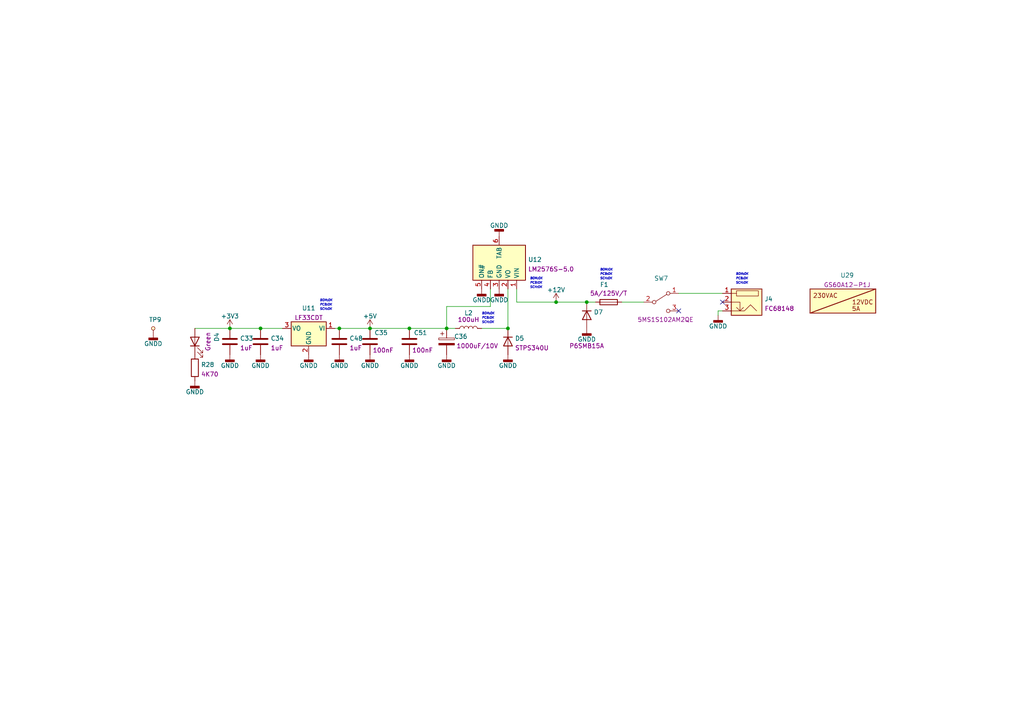
<source format=kicad_sch>
(kicad_sch (version 20211123) (generator eeschema)
  (paper "A4")
  (title_block (date "2022-03-07") (rev "V00") (company "Konvolúció Bt") (comment 1 "email: marrob50hz@gmail.com") (comment 2 "Tel: +36702776723") (comment 3 "https://github.com/marrob") (comment 4 "Support: "))
  (lib_symbols
    (symbol "Connectors:CLIFF FC68148" (pin_names (offset 1.016))
      (property "Reference" "P" (at 0 7.62 0))
      (property "Comment" "FC68148" (at 3.81 5.08 0))
      (symbol "CLIFF FC68148_0_1"
        (polyline (pts (xy 0 2.54) (xy 1.524 2.54)) (stroke (width 0.1524)))
        (polyline (pts (xy 2.54 -2.54) (xy 3.556 -1.524)) (stroke (width 0.1524)))
        (polyline (pts (xy 0 -2.54) (xy 3.81 -2.54) (xy 5.588 -0.762) (xy 7.366 -2.54)) (stroke (width 0.1524)))
        (polyline (pts (xy 0 0) (xy 2.54 0) (xy 2.54 -2.286) (xy 2.54 -2.54) (xy 1.524 -1.524)) (stroke (width 0.1524)))
        (rectangle (start 0 3.81) (end 8.89 -3.81) (stroke (width 0.254)) (fill (type background)))
        (rectangle (start 1.524 3.302) (end 7.874 1.778) (stroke (width 0.1524)))
      )
      (symbol "CLIFF FC68148_1_1"
        (pin passive line (at -2.54 2.54 0) (length 2.54) (name "~") (number "1"))
        (pin passive line (at -2.54 0 0) (length 2.54) (name "") (number "2"))
        (pin passive line (at -2.54 -2.54 0) (length 2.54) (name "") (number "3"))
      )
    )
    (symbol "Connectors:Test Point THT" (pin_numbers hide) (pin_names (offset 1.016) hide)
      (property "Reference" "TP" (at 1.016 0 0))
      (symbol "Test Point THT_0_1"
        (circle (center 0 0) (radius 0.508) (stroke (width 0.1524)) (fill (type background)))
      )
      (symbol "Test Point THT_1_1"
        (pin passive line (at -1.27 0 0) (length 0.762) (name "~") (number "1"))
      )
    )
    (symbol "CustomPowers:+12V" (power) (pin_names (offset 0))
      (property "Value" "+12V" (at 0 3.556 0))
      (symbol "+12V_0_1"
        (polyline (pts (xy -0.762 1.27) (xy 0 2.54)))
        (polyline (pts (xy 0 0) (xy 0 2.54)))
        (polyline (pts (xy 0 2.54) (xy 0.762 1.27)))
      )
      (symbol "+12V_1_1"
        (pin power_in line (at 0 0 90) (length 0) hide (name "+12V") (number "1"))
      )
    )
    (symbol "CustomPowers:+3V3" (power) (pin_names (offset 0))
      (property "Value" "+3V3" (at 0 3.556 0))
      (symbol "+3V3_0_1"
        (polyline (pts (xy -0.762 1.27) (xy 0 2.54)))
        (polyline (pts (xy 0 0) (xy 0 2.54)))
        (polyline (pts (xy 0 2.54) (xy 0.762 1.27)))
      )
      (symbol "+3V3_1_1"
        (pin power_in line (at 0 0 90) (length 0) hide (name "+3V3") (number "1"))
      )
    )
    (symbol "CustomPowers:+5V" (power) (pin_names (offset 0))
      (property "Value" "+5V" (at 0 3.556 0))
      (symbol "+5V_0_1"
        (polyline (pts (xy -0.762 1.27) (xy 0 2.54)))
        (polyline (pts (xy 0 0) (xy 0 2.54)))
        (polyline (pts (xy 0 2.54) (xy 0.762 1.27)))
      )
      (symbol "+5V_1_1"
        (pin power_in line (at 0 0 90) (length 0) hide (name "+5V") (number "1"))
      )
    )
    (symbol "CustomPowers:GNDD" (power) (pin_names (offset 0))
      (property "Value" "GNDD" (at 0 -3.175 0))
      (symbol "GNDD_0_1"
        (rectangle (start -1.27 -1.524) (end 1.27 -2.032) (stroke (width 0.254)) (fill (type outline)))
        (polyline (pts (xy 0 0) (xy 0 -1.524)))
      )
      (symbol "GNDD_1_1"
        (pin power_in line (at 0 0 270) (length 0) hide (name "GNDD") (number "1"))
      )
    )
    (symbol "Diode:P6SMB15A" (pin_numbers hide) (pin_names (offset 1.016) hide)
      (property "Reference" "D" (at -1.27 2.54 0))
      (property "Comment" "P6SMB15A" (at 0 -3.81 0))
      (symbol "P6SMB15A_0_1"
        (polyline (pts (xy -1.27 1.27) (xy -1.27 -1.27)) (stroke (width 0.254)))
        (polyline (pts (xy 1.27 0) (xy -1.27 0)))
        (polyline (pts (xy 1.27 1.27) (xy 1.27 -1.27) (xy -1.27 0) (xy 1.27 1.27)) (stroke (width 0.254)))
      )
      (symbol "P6SMB15A_1_1"
        (pin passive line (at -3.81 0 0) (length 2.54) (name "K") (number "1"))
        (pin passive line (at 3.81 0 180) (length 2.54) (name "A") (number "2"))
      )
    )
    (symbol "Diode:STPS340U" (pin_numbers hide) (pin_names (offset 1.016) hide)
      (property "Reference" "D" (at 0 2.54 0))
      (property "Comment" "STPS340U" (at 0 -2.54 0))
      (symbol "STPS340U_0_1"
        (polyline (pts (xy -1.27 1.27) (xy -1.27 -1.27)) (stroke (width 0.254)))
        (polyline (pts (xy 1.27 0) (xy -1.27 0)))
        (polyline (pts (xy 1.27 1.27) (xy 1.27 -1.27) (xy -1.27 0) (xy 1.27 1.27)) (stroke (width 0.254)))
      )
      (symbol "STPS340U_1_1"
        (pin passive line (at -3.81 0 0) (length 2.54) (name "K") (number "1"))
        (pin passive line (at 3.81 0 180) (length 2.54) (name "A") (number "2"))
      )
    )
    (symbol "LED:0805 Green" (pin_numbers hide) (pin_names (offset 1.016) hide)
      (property "Reference" "D" (at 0 -2.54 0))
      (property "Comment" "Green" (at 0 -8.255 0))
      (symbol "0805 Green_1_1"
        (polyline (pts (xy -1.27 -1.27) (xy -1.27 1.27)) (stroke (width 0.254)))
        (polyline (pts (xy -1.27 0) (xy 1.27 0)))
        (polyline (pts (xy 1.27 -1.27) (xy 1.27 1.27) (xy -1.27 0) (xy 1.27 -1.27)) (stroke (width 0.254)))
        (polyline (pts (xy -3.048 -0.762) (xy -4.572 -2.286) (xy -3.81 -2.286) (xy -4.572 -2.286) (xy -4.572 -1.524)))
        (polyline (pts (xy -1.778 -0.762) (xy -3.302 -2.286) (xy -2.54 -2.286) (xy -3.302 -2.286) (xy -3.302 -1.524)))
        (pin passive line (at -3.81 0 0) (length 2.54) (name "K") (number "1"))
        (pin passive line (at 3.81 0 180) (length 2.54) (name "A") (number "2"))
      )
    )
    (symbol "Passive:Capacitator 0805 100nF 50V 10% X7R" (pin_numbers hide) (pin_names (offset 1.016))
      (property "Reference" "C" (at 3.81 1.27 0))
      (property "Comment" "100nF" (at 6.35 -1.27 0))
      (symbol "Capacitator 0805 100nF 50V 10% X7R_1_1"
        (polyline (pts (xy -2.032 -0.762) (xy 2.032 -0.762)) (stroke (width 0.508)))
        (polyline (pts (xy -2.032 0.762) (xy 2.032 0.762)) (stroke (width 0.508)))
        (pin passive line (at 0 3.81 270) (length 2.794) (name "~") (number "1"))
        (pin passive line (at 0 -3.81 90) (length 2.794) (name "~") (number "2"))
      )
    )
    (symbol "Passive:Capacitator 0805 1uF 16V 10% X7R" (pin_numbers hide) (pin_names (offset 1.016) hide)
      (property "Reference" "C" (at 0 -5.08 0))
      (property "Comment" "1uF" (at 0 -10.16 0))
      (symbol "Capacitator 0805 1uF 16V 10% X7R_1_1"
        (polyline (pts (xy -2.032 -0.762) (xy 2.032 -0.762)) (stroke (width 0.508)))
        (polyline (pts (xy -2.032 0.762) (xy 2.032 0.762)) (stroke (width 0.508)))
        (pin passive line (at 0 3.81 270) (length 2.794) (name "~") (number "1"))
        (pin passive line (at 0 -3.81 90) (length 2.794) (name "~") (number "2"))
      )
    )
    (symbol "Passive:Fuse 2410 5A 125V T" (pin_numbers hide) (pin_names (offset 0)) (in_bom no)
      (property "Reference" "F" (at 0 1.905 0))
      (property "Comment" "5A/125V/T" (at 0 -2.54 0))
      (symbol "Fuse 2410 5A 125V T_0_1"
        (polyline (pts (xy -2.54 0) (xy 2.54 0)))
        (rectangle (start 2.54 -0.762) (end -2.54 0.762) (stroke (width 0.254)))
      )
      (symbol "Fuse 2410 5A 125V T_1_1"
        (pin passive line (at -3.81 0 0) (length 1.27) (name "~") (number "1"))
        (pin passive line (at 3.81 0 180) (length 1.27) (name "~") (number "2"))
      )
    )
    (symbol "Passive:Inductor SLF12575 100uH" (pin_numbers hide) (pin_names (offset 1.016) hide)
      (property "Reference" "L" (at 2.54 2.54 0))
      (property "Comment" "100uH" (at 5.08 0 0))
      (symbol "Inductor SLF12575 100uH_0_1"
        (arc (start 0 -2.54) (mid 0.635 -1.905) (end 0 -1.27))
        (arc (start 0 -1.27) (mid 0.635 -0.635) (end 0 0))
        (arc (start 0 0) (mid 0.635 0.635) (end 0 1.27))
        (arc (start 0 1.27) (mid 0.635 1.905) (end 0 2.54))
      )
      (symbol "Inductor SLF12575 100uH_1_1"
        (pin passive line (at 0 3.81 270) (length 1.27) (name "1") (number "1"))
        (pin passive line (at 0 -3.81 90) (length 1.27) (name "2") (number "2"))
      )
    )
    (symbol "Passive:PolCap 1000uF 10V LOW ESR 8x15x3.5mm" (pin_numbers hide) (pin_names (offset 0.254) hide)
      (property "Reference" "C" (at 4.318 2.032 0))
      (property "Comment" "1000uF/10V" (at 10.16 0 0))
      (symbol "PolCap 1000uF 10V LOW ESR 8x15x3.5mm_0_1"
        (rectangle (start -2.286 0.508) (end 2.286 1.016))
        (polyline (pts (xy -1.778 2.286) (xy -0.762 2.286)))
        (polyline (pts (xy -1.27 2.794) (xy -1.27 1.778)))
        (rectangle (start 2.286 -0.508) (end -2.286 -1.016) (fill (type outline)))
      )
      (symbol "PolCap 1000uF 10V LOW ESR 8x15x3.5mm_1_1"
        (pin passive line (at 0 3.81 270) (length 2.794) (name "~") (number "1"))
        (pin passive line (at 0 -3.81 90) (length 2.794) (name "~") (number "2"))
      )
    )
    (symbol "Passive:Resistor 0805 4K70" (pin_numbers hide) (pin_names (offset 1.016) hide)
      (property "Reference" "R" (at 0 0 0))
      (property "Comment" "4K70" (at 0 -22.86 0))
      (symbol "Resistor 0805 4K70_1_1"
        (rectangle (start -1.016 -2.54) (end 1.016 2.54) (stroke (width 0.254)))
        (pin passive line (at 0 3.81 270) (length 1.27) (name "~") (number "1"))
        (pin passive line (at 0 -3.81 90) (length 1.27) (name "~") (number "2"))
      )
    )
    (symbol "PowerSupply:GS60A12-P1J" (pin_numbers hide) (pin_names (offset 0.254) hide) (on_board no)
      (property "Reference" "U" (at -8.89 6.985 0))
      (property "Comment" "GS60A12-P1J" (at -2.54 5.08 0))
      (symbol "GS60A12-P1J_0_0"
        (polyline (pts (xy 10.16 3.81) (xy -8.89 -3.175)) (stroke (width 0.254)))
        (polyline (pts (xy 10.795 -1.905) (xy 10.795 -1.905)) (stroke (width 0.1524)))
        (polyline (pts (xy 12.7 -0.635) (xy 12.7 -0.635)) (stroke (width 0.1524)))
        (text "12VDC" (at 6.35 0 0) (effects (font (size 1.27 1.27))))
        (text "230VAC" (at -4.445 1.905 0) (effects (font (size 1.27 1.27))))
        (text "5A" (at 4.445 -1.905 0) (effects (font (size 1.27 1.27))))
      )
      (symbol "GS60A12-P1J_0_1"
        (rectangle (start -8.89 3.81) (end 10.16 -3.175) (stroke (width 0.254)) (fill (type background)))
      )
    )
    (symbol "PowerSupply:LF33CDT" (pin_names (offset 0.254))
      (property "Reference" "U" (at -3.81 5.715 0))
      (property "Comment" "LF33CDT" (at 0 3.175 0))
      (symbol "LF33CDT_0_1"
        (rectangle (start -5.08 1.905) (end 5.08 -5.08) (stroke (width 0.254)) (fill (type background)))
      )
      (symbol "LF33CDT_1_1"
        (pin power_in line (at -7.62 0 0) (length 2.54) (name "VI") (number "1"))
        (pin power_in line (at 0 -7.62 90) (length 2.54) (name "GND") (number "2"))
        (pin power_out line (at 7.62 0 180) (length 2.54) (name "VO") (number "3"))
      )
    )
    (symbol "PowerSupply:LM2576S-5.0"
      (property "Reference" "U" (at 8.89 1.27 0))
      (property "Comment" "LM2576S-5.0" (at 15.24 -1.27 0))
      (symbol "LM2576S-5.0_0_1"
        (rectangle (start -7.62 5.08) (end 7.62 -5.08) (stroke (width 0.254)) (fill (type background)))
      )
      (symbol "LM2576S-5.0_1_1"
        (pin power_in line (at -5.08 -7.62 90) (length 2.54) (name "VIN") (number "1"))
        (pin power_out line (at -2.54 -7.62 90) (length 2.54) (name "VO") (number "2"))
        (pin power_in line (at 0 -7.62 90) (length 2.54) (name "GND") (number "3"))
        (pin passive line (at 2.54 -7.62 90) (length 2.54) (name "FB") (number "4"))
        (pin input line (at 5.08 -7.62 90) (length 2.54) (name "ON#") (number "5"))
        (pin power_in line (at 0 7.62 270) (length 2.54) (name "TAB") (number "6"))
      )
    )
    (symbol "Switches:NINGI 5MS1S102AM2QE" (pin_names (offset 1.016) hide)
      (property "Reference" "SW" (at 0.635 5.715 0))
      (property "Comment" "5MS1S102AM2QE" (at 3.81 -3.81 0))
      (symbol "NINGI 5MS1S102AM2QE_0_0"
        (circle (center 3.048 0) (radius 0.508))
        (circle (center 7.112 -2.54) (radius 0.508))
      )
      (symbol "NINGI 5MS1S102AM2QE_0_1"
        (polyline (pts (xy 3.556 0.254) (xy 6.731 2.286)))
        (circle (center 7.112 2.54) (radius 0.508))
      )
      (symbol "NINGI 5MS1S102AM2QE_1_1"
        (pin passive line (at 10.16 2.54 180) (length 2.54) (name "A") (number "1"))
        (pin passive line (at 0 0 0) (length 2.54) (name "B") (number "2"))
        (pin passive line (at 10.16 -2.54 180) (length 2.54) (name "C") (number "3"))
      )
    )
  )
  (junction (at 118.745 95.25))
  (junction (at 66.675 95.25))
  (junction (at 129.54 95.25))
  (junction (at 170.18 87.63))
  (junction (at 161.29 87.63))
  (junction (at 98.425 95.25))
  (junction (at 107.315 95.25))
  (junction (at 147.32 95.25))
  (junction (at 75.565 95.25))
  (no_connect (at 196.85 90.17))
  (no_connect (at 209.55 87.63))
  (wire (pts (xy 142.24 88.9) (xy 129.54 88.9)))
  (wire (pts (xy 98.425 95.25) (xy 107.315 95.25)))
  (wire (pts (xy 66.675 95.25) (xy 75.565 95.25)))
  (wire (pts (xy 196.85 85.09) (xy 209.55 85.09)))
  (wire (pts (xy 147.32 83.82) (xy 147.32 95.25)))
  (wire (pts (xy 129.54 95.25) (xy 118.745 95.25)))
  (wire (pts (xy 149.86 87.63) (xy 161.29 87.63)))
  (wire (pts (xy 161.29 87.63) (xy 170.18 87.63)))
  (wire (pts (xy 209.55 90.17) (xy 208.28 90.17)))
  (wire (pts (xy 75.565 95.25) (xy 81.915 95.25)))
  (wire (pts (xy 208.28 90.17) (xy 208.28 91.44)))
  (wire (pts (xy 142.24 83.82) (xy 142.24 88.9)))
  (wire (pts (xy 97.155 95.25) (xy 98.425 95.25)))
  (wire (pts (xy 129.54 88.9) (xy 129.54 95.25)))
  (wire (pts (xy 139.7 95.25) (xy 147.32 95.25)))
  (wire (pts (xy 149.86 87.63) (xy 149.86 83.82)))
  (wire (pts (xy 118.745 95.25) (xy 107.315 95.25)))
  (wire (pts (xy 180.34 87.63) (xy 186.69 87.63)))
  (wire (pts (xy 129.54 95.25) (xy 132.08 95.25)))
  (wire (pts (xy 170.18 87.63) (xy 172.72 87.63)))
  (wire (pts (xy 56.515 95.25) (xy 66.675 95.25)))
  (text "SCH:OK" (at 139.7 93.98 0) (effects (font (size 0.635 0.635) italic) (justify left bottom)))
  (text "BOM:OK" (at 213.36 80.01 0) (effects (font (size 0.635 0.635) italic) (justify left bottom)))
  (text "BOM:OK" (at 139.7 91.44 0) (effects (font (size 0.635 0.635) italic) (justify left bottom)))
  (text "BOM:OK" (at 173.99 78.74 0) (effects (font (size 0.635 0.635) italic) (justify left bottom)))
  (text "SCH:OK" (at 173.99 81.28 0) (effects (font (size 0.635 0.635) italic) (justify left bottom)))
  (text "BOM:OK" (at 153.67 81.28 0) (effects (font (size 0.635 0.635) italic) (justify left bottom)))
  (text "BOM:OK" (at 92.71 87.63 0) (effects (font (size 0.635 0.635) italic) (justify left bottom)))
  (text "SCH:OK" (at 213.36 82.55 0) (effects (font (size 0.635 0.635) italic) (justify left bottom)))
  (text "PCB:OK" (at 139.7 92.71 0) (effects (font (size 0.635 0.635) italic) (justify left bottom)))
  (text "SCH:OK" (at 92.71 90.17 0) (effects (font (size 0.635 0.635) italic) (justify left bottom)))
  (text "PCB:OK" (at 173.99 80.01 0) (effects (font (size 0.635 0.635) italic) (justify left bottom)))
  (text "SCH:OK" (at 153.67 83.82 0) (effects (font (size 0.635 0.635) italic) (justify left bottom)))
  (text "PCB:OK" (at 153.67 82.55 0) (effects (font (size 0.635 0.635) italic) (justify left bottom)))
  (text "PCB:OK" (at 92.71 88.9 0) (effects (font (size 0.635 0.635) italic) (justify left bottom)))
  (text "PCB:OK" (at 213.36 81.28 0) (effects (font (size 0.635 0.635) italic) (justify left bottom)))
  (symbol (lib_id "CustomPowers:GNDD") (at 44.45 96.52 0) (unit 1)
    (property "Reference" "#PWR0215" (effects hide))
    (property "Value" "GNDD" (at 44.45 99.695 0))
  )
  (symbol (lib_id "CustomPowers:GNDD") (at 147.32 102.87 0) (unit 1)
    (property "Reference" "#PWR093" (effects hide))
    (property "Value" "GNDD" (at 147.32 106.045 0))
  )
  (symbol (lib_id "CustomPowers:+5V") (at 107.315 95.25 0) (unit 1)
    (property "Reference" "#PWR087" (effects hide))
    (property "Value" "+5V" (at 107.315 91.694 0))
  )
  (symbol (lib_id "CustomPowers:+3V3") (at 66.675 95.25 0) (unit 1)
    (property "Reference" "#PWR083" (effects hide))
    (property "Value" "+3V3" (at 66.675 91.694 0))
  )
  (symbol (lib_id "Passive:PolCap 1000uF 10V LOW ESR 8x15x3.5mm") (at 129.54 99.06 0) (unit 1)
    (property "Reference" "C36" (at 131.699 97.6054 0) (effects (justify left)))
    (property "Value" "PolCap 1000uF 10V LOW ESR 8x15x3.5mm" (effects hide))
    (property "Footprint" "Passive:CP_8x14x3.5mm" (effects hide))
    (property "Comment" "1000uF/10V" (at 138.43 100.33 0))
    (property "Manufacturer" "Teapo Electronic Corp" (effects hide))
    (property "ManufacturerPartNo" "DSC108M010S1ACG15K" (effects hide))
    (property "Supplier" "LOM-12-18-85;" (effects hide))
  )
  (symbol (lib_id "Passive:Capacitator 0805 1uF 16V 10% X7R") (at 66.675 99.06 0) (unit 1)
    (property "Reference" "C33" (at 69.596 98.1515 0) (effects (justify left)))
    (property "Value" "Capacitator 0805 1uF 16V 10% X7R" (effects hide))
    (property "Footprint" "Passive:C0805" (effects hide))
    (property "Comment" "1uF" (at 69.596 100.9266 0) (effects (justify left)))
    (property "Manufacturer" "YAGEO; SAMSUNG;" (effects hide))
    (property "ManufacturerPartNo" "CC0805KKX7R7BB105;CL21B105KBFNNNG;" (effects hide))
    (property "Supplier" "LOM-82-05-11;FAR-2370711;TME-CC0805KKX7R7BB105;" (effects hide))
  )
  (symbol (lib_id "CustomPowers:GNDD") (at 144.78 68.58 180) (unit 1)
    (property "Reference" "#PWR091" (effects hide))
    (property "Value" "GNDD" (at 144.78 65.405 0))
  )
  (symbol (lib_id "CustomPowers:GNDD") (at 170.18 95.25 0) (unit 1)
    (property "Reference" "#PWR096" (effects hide))
    (property "Value" "GNDD" (at 170.18 98.425 0))
  )
  (symbol (lib_id "CustomPowers:GNDD") (at 208.28 91.44 0) (unit 1)
    (property "Reference" "#PWR097" (effects hide))
    (property "Value" "GNDD" (at 208.28 94.615 0))
  )
  (symbol (lib_id "CustomPowers:GNDD") (at 139.7 83.82 0) (unit 1)
    (property "Reference" "#PWR090" (effects hide))
    (property "Value" "GNDD" (at 139.7 86.995 0))
  )
  (symbol (lib_id "CustomPowers:GNDD") (at 98.425 102.87 0) (unit 1)
    (property "Reference" "#PWR099" (effects hide))
    (property "Value" "GNDD" (at 98.425 106.045 0))
  )
  (symbol (lib_id "PowerSupply:GS60A12-P1J") (at 243.84 87.63 0) (unit 1) (on_board no)
    (property "Reference" "U29" (at 245.7196 79.8535 0))
    (property "Value" "GS60A12-P1J" (effects hide))
    (property "Datasheet" "${KNV_DATASHEET}\\GST60A.pdf" (effects hide))
    (property "Comment" "GS60A12-P1J" (at 245.7196 82.6286 0))
    (property "Manufacturer" "Mean Well" (effects hide))
    (property "ManufacturerPartNo" "GS60A12-P1J" (effects hide))
    (property "Supplier" "LOM-24-01-50; TME-GST60A12-P1J;" (effects hide))
  )
  (symbol (lib_id "Diode:STPS340U") (at 147.32 99.06 270) (unit 1)
    (property "Reference" "D5" (at 149.352 98.1515 90) (effects (justify left)))
    (property "Value" "STPS340U" (effects hide))
    (property "Footprint" "Semiconductor:SMB" (effects hide))
    (property "Datasheet" "${KNV_DATASHEET}\\STPS340.pdf" (effects hide))
    (property "Comment" "STPS340U" (at 149.352 100.9266 90) (effects (justify left)))
    (property "Manufacturer" "STM" (effects hide))
    (property "ManufacturerPartNo" "STPS340U" (effects hide))
    (property "Supplier" "FAR-9803548;LOM-83-02-19;TME-STPS340U" (effects hide))
  )
  (symbol (lib_id "CustomPowers:+12V") (at 161.29 87.63 0) (unit 1)
    (property "Reference" "#PWR095" (effects hide))
    (property "Value" "+12V" (at 161.29 84.074 0))
  )
  (symbol (lib_id "CustomPowers:GNDD") (at 118.745 102.87 0) (unit 1)
    (property "Reference" "#PWR0214" (effects hide))
    (property "Value" "GNDD" (at 118.745 106.045 0))
  )
  (symbol (lib_id "CustomPowers:GNDD") (at 144.78 83.82 0) (unit 1)
    (property "Reference" "#PWR092" (effects hide))
    (property "Value" "GNDD" (at 144.78 86.995 0))
  )
  (symbol (lib_id "CustomPowers:GNDD") (at 107.315 102.87 0) (unit 1)
    (property "Reference" "#PWR088" (effects hide))
    (property "Value" "GNDD" (at 107.315 106.045 0))
  )
  (symbol (lib_id "PowerSupply:LF33CDT") (at 89.535 95.25 0) (mirror y) (unit 1)
    (property "Reference" "U11" (at 89.535 89.3785 0))
    (property "Value" "LF33CDT" (effects hide))
    (property "Footprint" "Semiconductor:TO-252" (effects hide))
    (property "Datasheet" "${KNV_DATASHEET}\\LF33CDT.pdf" (effects hide))
    (property "Comment" "LF33CDT" (at 89.535 92.1536 0))
    (property "Manufacturer" "ST" (effects hide))
    (property "ManufacturerPartNo" "LF33CDT-TR;" (effects hide))
    (property "Supplier" "FAR-2112623; RS-355-4106; TME-LF33CDT" (effects hide))
  )
  (symbol (lib_id "CustomPowers:GNDD") (at 66.675 102.87 0) (unit 1)
    (property "Reference" "#PWR084" (effects hide))
    (property "Value" "GNDD" (at 66.675 106.045 0))
  )
  (symbol (lib_id "Passive:Resistor 0805 4K70") (at 56.515 106.68 0) (unit 1)
    (property "Reference" "R28" (at 58.293 105.7715 0) (effects (justify left)))
    (property "Value" "Resistor 0805 4K70" (effects hide))
    (property "Footprint" "Passive:R0805" (effects hide))
    (property "Comment" "4K70" (at 58.293 108.5466 0) (effects (justify left)))
    (property "Manufacturer" "VIKING" (effects hide))
    (property "ManufacturerPartNo" "CR-05FL7---4K7 0.125W" (effects hide))
    (property "Supplier" "LOM-80-10-94" (effects hide))
  )
  (symbol (lib_id "Passive:Capacitator 0805 1uF 16V 10% X7R") (at 75.565 99.06 0) (unit 1)
    (property "Reference" "C34" (at 78.486 98.1515 0) (effects (justify left)))
    (property "Value" "Capacitator 0805 1uF 16V 10% X7R" (effects hide))
    (property "Footprint" "Passive:C0805" (effects hide))
    (property "Comment" "1uF" (at 78.486 100.9266 0) (effects (justify left)))
    (property "Manufacturer" "YAGEO; SAMSUNG;" (effects hide))
    (property "ManufacturerPartNo" "CC0805KKX7R7BB105;CL21B105KBFNNNG;" (effects hide))
    (property "Supplier" "LOM-82-05-11;FAR-2370711;TME-CC0805KKX7R7BB105;" (effects hide))
  )
  (symbol (lib_id "Passive:Fuse 2410 5A 125V T") (at 176.53 87.63 180) (unit 1) (in_bom no)
    (property "Reference" "F1" (at 175.26 82.55 0))
    (property "Value" "Fuse 2410 5A 125V T" (effects hide))
    (property "Footprint" "Passive:F2410" (effects hide))
    (property "Datasheet" "${KNV_DATASHEET}\\" (effects hide))
    (property "Comment" "5A/125V/T" (at 176.53 85.09 0))
    (property "Manufacturer" "Littelfuse" (effects hide))
    (property "ManufacturerPartNo" "0452005" (effects hide))
    (property "Supplier" "LOM-44-02-75; TME-0452005.MRL;" (effects hide))
  )
  (symbol (lib_id "Connectors:Test Point THT") (at 44.45 95.25 90) (unit 1)
    (property "Reference" "TP9" (at 43.18 92.71 90) (effects (justify right)))
    (property "Value" "Test Point THT" (effects hide))
    (property "Footprint" "Connectors:PinHeader 1x01 P2.54mm Vertical" (effects hide))
  )
  (symbol (lib_id "Passive:Inductor SLF12575 100uH") (at 135.89 95.25 90) (unit 1)
    (property "Reference" "L2" (at 135.89 90.7755 90))
    (property "Value" "Inductor SLF12575 100uH" (effects hide))
    (property "Footprint" "Passive:SLF12565" (effects hide))
    (property "Datasheet" "${KNV_DATASHEET}\\SLF12575T-101M1R9-H.pdf" (effects hide))
    (property "Comment" "100uH" (at 135.89 92.71 90))
    (property "Manufacturer" "TDK" (effects hide))
    (property "ManufacturerPartNo" "SLF12575T-101M1R9-H;" (effects hide))
    (property "Supplier" "LOM-93-04-07; FAR-3648471;" (effects hide))
  )
  (symbol (lib_id "Passive:Capacitator 0805 100nF 50V 10% X7R") (at 107.315 99.06 0) (unit 1)
    (property "Reference" "C35" (at 108.585 96.52 0) (effects (justify left)))
    (property "Value" "Capacitator 0805 100nF 50V 10% X7R" (effects hide))
    (property "Footprint" "Passive:C0805" (effects hide))
    (property "Comment" "100nF" (at 111.125 101.6 0))
    (property "Manufacturer" "YAGEO" (effects hide))
    (property "ManufacturerPartNo" "CC0805KRX7R9BB104" (effects hide))
    (property "Supplier" "FAR-3019949;LOM-82-01-25" (effects hide))
  )
  (symbol (lib_id "LED:0805 Green") (at 56.515 99.06 90) (unit 1)
    (property "Reference" "D4" (at 62.865 97.79 0))
    (property "Value" "0805 Green" (effects hide))
    (property "Footprint" "Passive:LED0805 GRE" (effects hide))
    (property "Comment" "Green" (at 60.325 99.06 0))
    (property "Manufacturer" "KINGBRIGHT;Hongli Tronic;" (effects hide))
    (property "ManufacturerPartNo" "KP-2010SGC" (effects hide))
    (property "Supplier" "TME-KP-2012SGC;FAR-2099239;LOM-95-01-09;LOM-95-04-06;" (effects hide))
  )
  (symbol (lib_id "CustomPowers:GNDD") (at 75.565 102.87 0) (unit 1)
    (property "Reference" "#PWR085" (effects hide))
    (property "Value" "GNDD" (at 75.565 106.045 0))
  )
  (symbol (lib_id "CustomPowers:GNDD") (at 129.54 102.87 0) (unit 1)
    (property "Reference" "#PWR089" (effects hide))
    (property "Value" "GNDD" (at 129.54 106.045 0))
  )
  (symbol (lib_id "Diode:P6SMB15A") (at 170.18 91.44 270) (unit 1)
    (property "Reference" "D7" (at 172.212 90.5315 90) (effects (justify left)))
    (property "Value" "P6SMB15A" (effects hide))
    (property "Footprint" "Semiconductor:SMB" (effects hide))
    (property "Datasheet" "${KNV_DATASHEET}\\P6SMB15A.pdf" (effects hide))
    (property "Comment" "P6SMB15A" (at 165.1 100.33 90) (effects (justify left)))
    (property "Manufacturer" "Littlefuse" (effects hide))
    (property "ManufacturerPartNo" "P6SMB15A" (effects hide))
    (property "Supplier" "LOM-96-00-61;" (effects hide))
  )
  (symbol (lib_id "Passive:Capacitator 0805 100nF 50V 10% X7R") (at 118.745 99.06 0) (unit 1)
    (property "Reference" "C51" (at 120.015 96.52 0) (effects (justify left)))
    (property "Value" "Capacitator 0805 100nF 50V 10% X7R" (effects hide))
    (property "Footprint" "Passive:C0805" (effects hide))
    (property "Comment" "100nF" (at 122.555 101.6 0))
    (property "Manufacturer" "YAGEO" (effects hide))
    (property "ManufacturerPartNo" "CC0805KRX7R9BB104" (effects hide))
    (property "Supplier" "FAR-3019949;LOM-82-01-25" (effects hide))
  )
  (symbol (lib_id "CustomPowers:GNDD") (at 89.535 102.87 0) (unit 1)
    (property "Reference" "#PWR086" (effects hide))
    (property "Value" "GNDD" (at 89.535 106.045 0))
  )
  (symbol (lib_id "PowerSupply:LM2576S-5.0") (at 144.78 76.2 0) (mirror y) (unit 1)
    (property "Reference" "U12" (at 153.162 75.2915 0) (effects (justify right)))
    (property "Value" "LM2576S-5.0" (effects hide))
    (property "Footprint" "Semiconductor:TO-263-5" (effects hide))
    (property "Datasheet" "${KNV_DATASHEET}\\LM2576.pdf" (effects hide))
    (property "Comment" "LM2576S-5.0" (at 153.162 78.0666 0) (effects (justify right)))
    (property "Manufacturer" "Texas Instruments" (effects hide))
    (property "ManufacturerPartNo" "LM2576S-5.0; TS2576-50;" (effects hide))
    (property "Supplier" "LOM-89-08-54;" (effects hide))
  )
  (symbol (lib_id "Switches:NINGI 5MS1S102AM2QE") (at 186.69 87.63 0) (unit 1)
    (property "Reference" "SW7" (at 191.77 80.7425 0))
    (property "Value" "NINGI 5MS1S102AM2QE" (effects hide))
    (property "Footprint" "Passive:NINGI 5MS1" (effects hide))
    (property "Datasheet" "${KNV_DATASHEET}\\5M.pdf" (effects hide))
    (property "Comment" "5MS1S102AM2QE" (at 193.04 92.71 0))
    (property "Manufacturer" "NINGI; C&K;" (effects hide))
    (property "ManufacturerPartNo" "5MS1S102AM2QE; 1101M2S3CQE2;" (effects hide))
    (property "Supplier" "TME-5MS1S102AM2QE; FAR-1437697;" (effects hide))
  )
  (symbol (lib_id "Connectors:CLIFF FC68148") (at 212.09 87.63 0) (unit 1)
    (property "Reference" "J4" (at 221.742 86.7215 0) (effects (justify left)))
    (property "Value" "CLIFF FC68148" (effects hide))
    (property "Footprint" "Connectors:CLIFF FC68148" (effects hide))
    (property "Datasheet" "${KNV_DATASHEET}\\CLIFF FC68148.pdf" (effects hide))
    (property "Comment" "FC68148" (at 221.742 89.4966 0) (effects (justify left)))
    (property "Manufacturer" "CLIFF;" (effects hide))
    (property "ManufacturerPartNo" "DC-10A FC68148;" (effects hide))
    (property "Supplier" "TME-FC68148; FAR-224959;LOM-43-07-67;" (effects hide))
  )
  (symbol (lib_id "CustomPowers:GNDD") (at 56.515 110.49 0) (unit 1)
    (property "Reference" "#PWR082" (effects hide))
    (property "Value" "GNDD" (at 56.515 113.665 0))
  )
  (symbol (lib_id "Passive:Capacitator 0805 1uF 16V 10% X7R") (at 98.425 99.06 0) (unit 1)
    (property "Reference" "C48" (at 101.346 98.1515 0) (effects (justify left)))
    (property "Value" "Capacitator 0805 1uF 16V 10% X7R" (effects hide))
    (property "Footprint" "Passive:C0805" (effects hide))
    (property "Comment" "1uF" (at 101.346 100.9266 0) (effects (justify left)))
    (property "Manufacturer" "YAGEO; SAMSUNG;" (effects hide))
    (property "ManufacturerPartNo" "CC0805KKX7R7BB105;CL21B105KBFNNNG;" (effects hide))
    (property "Supplier" "LOM-82-05-11;FAR-2370711;TME-CC0805KKX7R7BB105;" (effects hide))
  )
)
</source>
